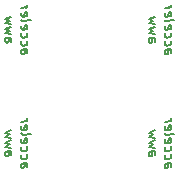
<source format=gbr>
G04 #@! TF.GenerationSoftware,KiCad,Pcbnew,5.1.4+dfsg1-1*
G04 #@! TF.CreationDate,2020-12-01T08:27:42+00:00*
G04 #@! TF.ProjectId,panel,70616e65-6c2e-46b6-9963-61645f706362,rev?*
G04 #@! TF.SameCoordinates,Original*
G04 #@! TF.FileFunction,Legend,Bot*
G04 #@! TF.FilePolarity,Positive*
%FSLAX46Y46*%
G04 Gerber Fmt 4.6, Leading zero omitted, Abs format (unit mm)*
G04 Created by KiCad (PCBNEW 5.1.4+dfsg1-1) date 2020-12-01 08:27:42*
%MOMM*%
%LPD*%
G04 APERTURE LIST*
%ADD10C,0.153000*%
G04 APERTURE END LIST*
D10*
X67808604Y-65169822D02*
X68227651Y-65117441D01*
X68303842Y-65146012D01*
X68341937Y-65217441D01*
X68341937Y-65369822D01*
X68303842Y-65450774D01*
X67846699Y-65165060D02*
X67808604Y-65246012D01*
X67808604Y-65436488D01*
X67846699Y-65507917D01*
X67922889Y-65536488D01*
X67999080Y-65526965D01*
X68075270Y-65479346D01*
X68113366Y-65398393D01*
X68113366Y-65207917D01*
X68151461Y-65126965D01*
X67846699Y-64441250D02*
X67808604Y-64522203D01*
X67808604Y-64674584D01*
X67846699Y-64746012D01*
X67884794Y-64779346D01*
X67960985Y-64807917D01*
X68189556Y-64779346D01*
X68265747Y-64731726D01*
X68303842Y-64688869D01*
X68341937Y-64607917D01*
X68341937Y-64455536D01*
X68303842Y-64384107D01*
X67846699Y-63755536D02*
X67808604Y-63836488D01*
X67808604Y-63988869D01*
X67846699Y-64060298D01*
X67884794Y-64093631D01*
X67960985Y-64122203D01*
X68189556Y-64093631D01*
X68265747Y-64046012D01*
X68303842Y-64003155D01*
X68341937Y-63922203D01*
X68341937Y-63769822D01*
X68303842Y-63698393D01*
X67846699Y-63107917D02*
X67808604Y-63188869D01*
X67808604Y-63341250D01*
X67846699Y-63412679D01*
X67922889Y-63441250D01*
X68227651Y-63403155D01*
X68303842Y-63355536D01*
X68341937Y-63274584D01*
X68341937Y-63122203D01*
X68303842Y-63050774D01*
X68227651Y-63022203D01*
X68151461Y-63031726D01*
X68075270Y-63422203D01*
X67808604Y-62617441D02*
X67846699Y-62688869D01*
X67922889Y-62717441D01*
X68608604Y-62631726D01*
X67846699Y-62003155D02*
X67808604Y-62084107D01*
X67808604Y-62236488D01*
X67846699Y-62307917D01*
X67922889Y-62336488D01*
X68227651Y-62298393D01*
X68303842Y-62250774D01*
X68341937Y-62169822D01*
X68341937Y-62017441D01*
X68303842Y-61946012D01*
X68227651Y-61917441D01*
X68151461Y-61926965D01*
X68075270Y-62317441D01*
X67808604Y-61626965D02*
X68341937Y-61560298D01*
X68189556Y-61579346D02*
X68265747Y-61531726D01*
X68303842Y-61488869D01*
X68341937Y-61407917D01*
X68341937Y-61331726D01*
X66455604Y-64179346D02*
X66874651Y-64126965D01*
X66950842Y-64155536D01*
X66988937Y-64226965D01*
X66988937Y-64379346D01*
X66950842Y-64460298D01*
X66493699Y-64174584D02*
X66455604Y-64255536D01*
X66455604Y-64446012D01*
X66493699Y-64517441D01*
X66569889Y-64546012D01*
X66646080Y-64536488D01*
X66722270Y-64488869D01*
X66760366Y-64407917D01*
X66760366Y-64217441D01*
X66798461Y-64136488D01*
X66988937Y-63807917D02*
X66455604Y-63722203D01*
X66836556Y-63522203D01*
X66455604Y-63417441D01*
X66988937Y-63198393D01*
X66988937Y-62969822D02*
X66455604Y-62884107D01*
X66836556Y-62684107D01*
X66455604Y-62579346D01*
X66988937Y-62360298D01*
X55648596Y-65169822D02*
X56067643Y-65117441D01*
X56143834Y-65146012D01*
X56181929Y-65217441D01*
X56181929Y-65369822D01*
X56143834Y-65450774D01*
X55686691Y-65165060D02*
X55648596Y-65246012D01*
X55648596Y-65436488D01*
X55686691Y-65507917D01*
X55762881Y-65536488D01*
X55839072Y-65526965D01*
X55915262Y-65479346D01*
X55953358Y-65398393D01*
X55953358Y-65207917D01*
X55991453Y-65126965D01*
X55686691Y-64441250D02*
X55648596Y-64522203D01*
X55648596Y-64674584D01*
X55686691Y-64746012D01*
X55724786Y-64779346D01*
X55800977Y-64807917D01*
X56029548Y-64779346D01*
X56105739Y-64731726D01*
X56143834Y-64688869D01*
X56181929Y-64607917D01*
X56181929Y-64455536D01*
X56143834Y-64384107D01*
X55686691Y-63755536D02*
X55648596Y-63836488D01*
X55648596Y-63988869D01*
X55686691Y-64060298D01*
X55724786Y-64093631D01*
X55800977Y-64122203D01*
X56029548Y-64093631D01*
X56105739Y-64046012D01*
X56143834Y-64003155D01*
X56181929Y-63922203D01*
X56181929Y-63769822D01*
X56143834Y-63698393D01*
X55686691Y-63107917D02*
X55648596Y-63188869D01*
X55648596Y-63341250D01*
X55686691Y-63412679D01*
X55762881Y-63441250D01*
X56067643Y-63403155D01*
X56143834Y-63355536D01*
X56181929Y-63274584D01*
X56181929Y-63122203D01*
X56143834Y-63050774D01*
X56067643Y-63022203D01*
X55991453Y-63031726D01*
X55915262Y-63422203D01*
X55648596Y-62617441D02*
X55686691Y-62688869D01*
X55762881Y-62717441D01*
X56448596Y-62631726D01*
X55686691Y-62003155D02*
X55648596Y-62084107D01*
X55648596Y-62236488D01*
X55686691Y-62307917D01*
X55762881Y-62336488D01*
X56067643Y-62298393D01*
X56143834Y-62250774D01*
X56181929Y-62169822D01*
X56181929Y-62017441D01*
X56143834Y-61946012D01*
X56067643Y-61917441D01*
X55991453Y-61926965D01*
X55915262Y-62317441D01*
X55648596Y-61626965D02*
X56181929Y-61560298D01*
X56029548Y-61579346D02*
X56105739Y-61531726D01*
X56143834Y-61488869D01*
X56181929Y-61407917D01*
X56181929Y-61331726D01*
X54295596Y-64179346D02*
X54714643Y-64126965D01*
X54790834Y-64155536D01*
X54828929Y-64226965D01*
X54828929Y-64379346D01*
X54790834Y-64460298D01*
X54333691Y-64174584D02*
X54295596Y-64255536D01*
X54295596Y-64446012D01*
X54333691Y-64517441D01*
X54409881Y-64546012D01*
X54486072Y-64536488D01*
X54562262Y-64488869D01*
X54600358Y-64407917D01*
X54600358Y-64217441D01*
X54638453Y-64136488D01*
X54828929Y-63807917D02*
X54295596Y-63722203D01*
X54676548Y-63522203D01*
X54295596Y-63417441D01*
X54828929Y-63198393D01*
X54828929Y-62969822D02*
X54295596Y-62884107D01*
X54676548Y-62684107D01*
X54295596Y-62579346D01*
X54828929Y-62360298D01*
X67808604Y-55549813D02*
X68227651Y-55497432D01*
X68303842Y-55526003D01*
X68341937Y-55597432D01*
X68341937Y-55749813D01*
X68303842Y-55830765D01*
X67846699Y-55545051D02*
X67808604Y-55626003D01*
X67808604Y-55816479D01*
X67846699Y-55887908D01*
X67922889Y-55916479D01*
X67999080Y-55906956D01*
X68075270Y-55859337D01*
X68113366Y-55778384D01*
X68113366Y-55587908D01*
X68151461Y-55506956D01*
X67846699Y-54821241D02*
X67808604Y-54902194D01*
X67808604Y-55054575D01*
X67846699Y-55126003D01*
X67884794Y-55159337D01*
X67960985Y-55187908D01*
X68189556Y-55159337D01*
X68265747Y-55111717D01*
X68303842Y-55068860D01*
X68341937Y-54987908D01*
X68341937Y-54835527D01*
X68303842Y-54764098D01*
X67846699Y-54135527D02*
X67808604Y-54216479D01*
X67808604Y-54368860D01*
X67846699Y-54440289D01*
X67884794Y-54473622D01*
X67960985Y-54502194D01*
X68189556Y-54473622D01*
X68265747Y-54426003D01*
X68303842Y-54383146D01*
X68341937Y-54302194D01*
X68341937Y-54149813D01*
X68303842Y-54078384D01*
X67846699Y-53487908D02*
X67808604Y-53568860D01*
X67808604Y-53721241D01*
X67846699Y-53792670D01*
X67922889Y-53821241D01*
X68227651Y-53783146D01*
X68303842Y-53735527D01*
X68341937Y-53654575D01*
X68341937Y-53502194D01*
X68303842Y-53430765D01*
X68227651Y-53402194D01*
X68151461Y-53411717D01*
X68075270Y-53802194D01*
X67808604Y-52997432D02*
X67846699Y-53068860D01*
X67922889Y-53097432D01*
X68608604Y-53011717D01*
X67846699Y-52383146D02*
X67808604Y-52464098D01*
X67808604Y-52616479D01*
X67846699Y-52687908D01*
X67922889Y-52716479D01*
X68227651Y-52678384D01*
X68303842Y-52630765D01*
X68341937Y-52549813D01*
X68341937Y-52397432D01*
X68303842Y-52326003D01*
X68227651Y-52297432D01*
X68151461Y-52306956D01*
X68075270Y-52697432D01*
X67808604Y-52006956D02*
X68341937Y-51940289D01*
X68189556Y-51959337D02*
X68265747Y-51911717D01*
X68303842Y-51868860D01*
X68341937Y-51787908D01*
X68341937Y-51711717D01*
X66455604Y-54559337D02*
X66874651Y-54506956D01*
X66950842Y-54535527D01*
X66988937Y-54606956D01*
X66988937Y-54759337D01*
X66950842Y-54840289D01*
X66493699Y-54554575D02*
X66455604Y-54635527D01*
X66455604Y-54826003D01*
X66493699Y-54897432D01*
X66569889Y-54926003D01*
X66646080Y-54916479D01*
X66722270Y-54868860D01*
X66760366Y-54787908D01*
X66760366Y-54597432D01*
X66798461Y-54516479D01*
X66988937Y-54187908D02*
X66455604Y-54102194D01*
X66836556Y-53902194D01*
X66455604Y-53797432D01*
X66988937Y-53578384D01*
X66988937Y-53349813D02*
X66455604Y-53264098D01*
X66836556Y-53064098D01*
X66455604Y-52959337D01*
X66988937Y-52740289D01*
X55648596Y-55549813D02*
X56067643Y-55497432D01*
X56143834Y-55526003D01*
X56181929Y-55597432D01*
X56181929Y-55749813D01*
X56143834Y-55830765D01*
X55686691Y-55545051D02*
X55648596Y-55626003D01*
X55648596Y-55816479D01*
X55686691Y-55887908D01*
X55762881Y-55916479D01*
X55839072Y-55906956D01*
X55915262Y-55859337D01*
X55953358Y-55778384D01*
X55953358Y-55587908D01*
X55991453Y-55506956D01*
X55686691Y-54821241D02*
X55648596Y-54902194D01*
X55648596Y-55054575D01*
X55686691Y-55126003D01*
X55724786Y-55159337D01*
X55800977Y-55187908D01*
X56029548Y-55159337D01*
X56105739Y-55111717D01*
X56143834Y-55068860D01*
X56181929Y-54987908D01*
X56181929Y-54835527D01*
X56143834Y-54764098D01*
X55686691Y-54135527D02*
X55648596Y-54216479D01*
X55648596Y-54368860D01*
X55686691Y-54440289D01*
X55724786Y-54473622D01*
X55800977Y-54502194D01*
X56029548Y-54473622D01*
X56105739Y-54426003D01*
X56143834Y-54383146D01*
X56181929Y-54302194D01*
X56181929Y-54149813D01*
X56143834Y-54078384D01*
X55686691Y-53487908D02*
X55648596Y-53568860D01*
X55648596Y-53721241D01*
X55686691Y-53792670D01*
X55762881Y-53821241D01*
X56067643Y-53783146D01*
X56143834Y-53735527D01*
X56181929Y-53654575D01*
X56181929Y-53502194D01*
X56143834Y-53430765D01*
X56067643Y-53402194D01*
X55991453Y-53411717D01*
X55915262Y-53802194D01*
X55648596Y-52997432D02*
X55686691Y-53068860D01*
X55762881Y-53097432D01*
X56448596Y-53011717D01*
X55686691Y-52383146D02*
X55648596Y-52464098D01*
X55648596Y-52616479D01*
X55686691Y-52687908D01*
X55762881Y-52716479D01*
X56067643Y-52678384D01*
X56143834Y-52630765D01*
X56181929Y-52549813D01*
X56181929Y-52397432D01*
X56143834Y-52326003D01*
X56067643Y-52297432D01*
X55991453Y-52306956D01*
X55915262Y-52697432D01*
X55648596Y-52006956D02*
X56181929Y-51940289D01*
X56029548Y-51959337D02*
X56105739Y-51911717D01*
X56143834Y-51868860D01*
X56181929Y-51787908D01*
X56181929Y-51711717D01*
X54295596Y-54559337D02*
X54714643Y-54506956D01*
X54790834Y-54535527D01*
X54828929Y-54606956D01*
X54828929Y-54759337D01*
X54790834Y-54840289D01*
X54333691Y-54554575D02*
X54295596Y-54635527D01*
X54295596Y-54826003D01*
X54333691Y-54897432D01*
X54409881Y-54926003D01*
X54486072Y-54916479D01*
X54562262Y-54868860D01*
X54600358Y-54787908D01*
X54600358Y-54597432D01*
X54638453Y-54516479D01*
X54828929Y-54187908D02*
X54295596Y-54102194D01*
X54676548Y-53902194D01*
X54295596Y-53797432D01*
X54828929Y-53578384D01*
X54828929Y-53349813D02*
X54295596Y-53264098D01*
X54676548Y-53064098D01*
X54295596Y-52959337D01*
X54828929Y-52740289D01*
M02*

</source>
